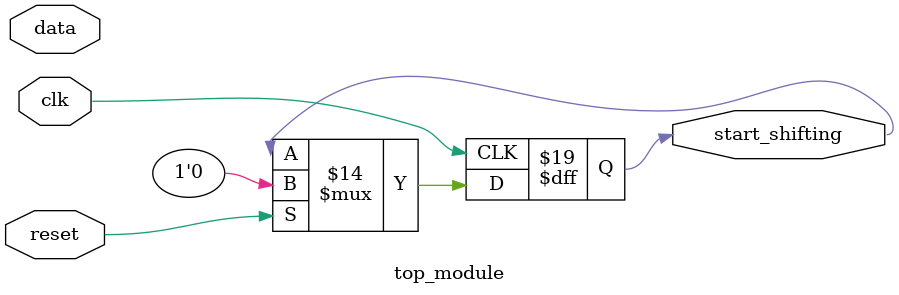
<source format=sv>
module top_module(
    input clk,
    input reset,
    input data,
    output reg start_shifting);

    // Define state encoding
    typedef enum reg [2:0] {
        IDLE = 3'b000,
        S1   = 3'b001,
        S11  = 3'b010,
        S110 = 3'b011,
        S1101 = 3'b100
    } state_t;

    reg state, next_state;

    // State transition logic
    always @(*) begin
        case (state)
            IDLE:  next_state = data ? S1 : IDLE;
            S1:    next_state = data ? S11 : IDLE;
            S11:   next_state = data ? S11 : S110;
            S110:  next_state = data ? S1101 : IDLE;
            S1101: next_state = S1101;  // Stay in S1101 after sequence is detected
            default: next_state = IDLE;
        endcase
    end

    // State register
    always @(posedge clk) begin
        if (reset) begin
            state <= IDLE;
            start_shifting <= 1'b0;
        end
        else begin
            state <= next_state;
            if (state == S1101)
                start_shifting <= 1'b1;
        end
    end

endmodule

</source>
